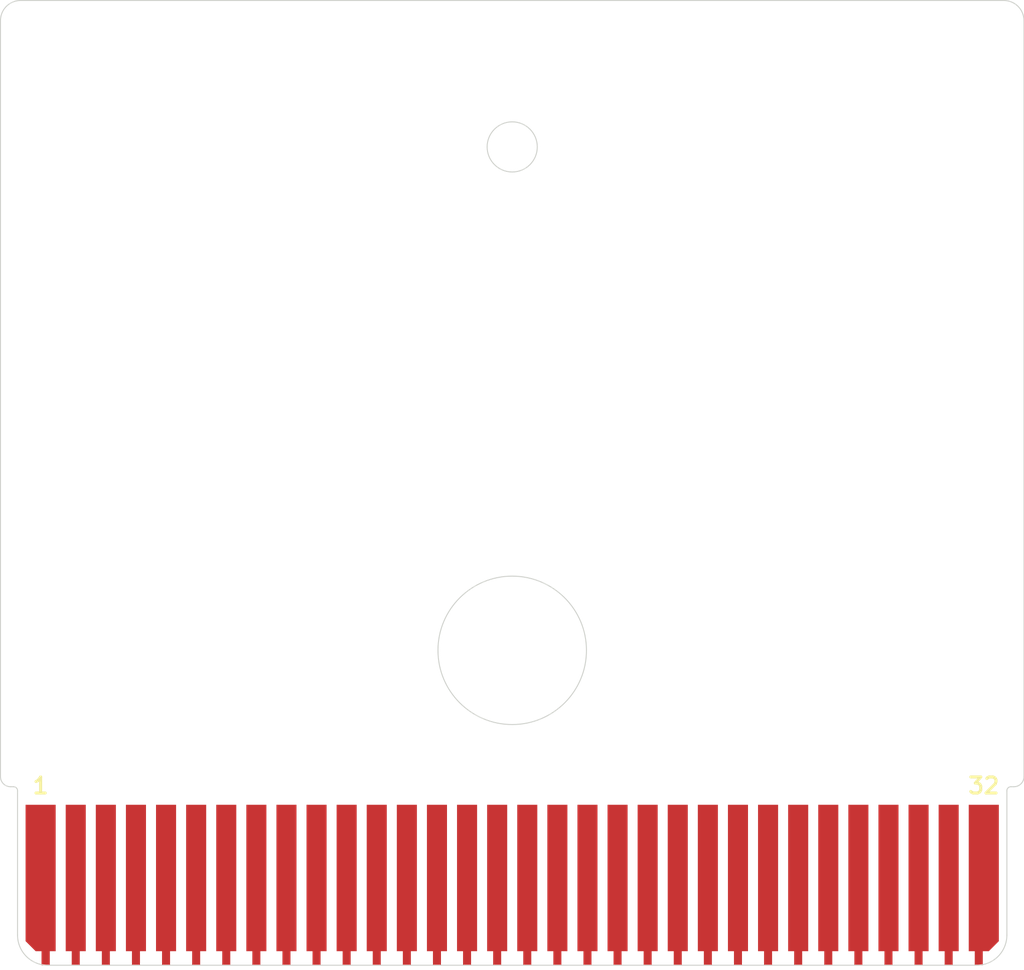
<source format=kicad_pcb>
(kicad_pcb (version 20211014) (generator pcbnew)
  (layers (0 "F.Cu" signal) (31 "B.Cu" signal) (34 "B.Paste" user) (35 "F.Paste" user) (36 "B.SilkS" user "B.Silkscreen") (37 "F.SilkS" user "F.Silkscreen") (38 "B.Mask" user) (39 "F.Mask" user) (44 "Edge.Cuts" user))
  (net 0 "")
  (net 1 "Net-(J1-Pad32)")
  (net 2 "Net-(J1-Pad1)")
  (net 3 "Net-(J1-Pad31)")
  (net 4 "Net-(J1-Pad30)")
  (net 5 "Net-(J1-Pad29)")
  (net 6 "Net-(J1-Pad28)")
  (net 7 "Net-(J1-Pad27)")
  (net 8 "Net-(J1-Pad26)")
  (net 9 "Net-(J1-Pad25)")
  (net 10 "Net-(J1-Pad24)")
  (net 11 "Net-(J1-Pad23)")
  (net 12 "Net-(J1-Pad22)")
  (net 13 "Net-(J1-Pad21)")
  (net 14 "Net-(J1-Pad20)")
  (net 15 "Net-(J1-Pad19)")
  (net 16 "Net-(J1-Pad18)")
  (net 17 "Net-(J1-Pad17)")
  (net 18 "Net-(J1-Pad16)")
  (net 19 "Net-(J1-Pad15)")
  (net 20 "Net-(J1-Pad14)")
  (net 21 "Net-(J1-Pad13)")
  (net 22 "Net-(J1-Pad12)")
  (net 23 "Net-(J1-Pad11)")
  (net 24 "Net-(J1-Pad10)")
  (net 25 "Net-(J1-Pad9)")
  (net 26 "Net-(J1-Pad8)")
  (net 27 "Net-(J1-Pad7)")
  (net 28 "Net-(J1-Pad6)")
  (net 29 "Net-(J1-Pad5)")
  (net 30 "Net-(J1-Pad4)")
  (net 31 "Net-(J1-Pad3)")
  (net 32 "Net-(J1-Pad2)")
  (footprint "Connector_GameBoy:GameBoy_GamePak_DMG-09_P1.50mm_Edge" (layer "F.Cu") (at 150 130.85)
    (fp_text reference "J1" hide)
    (fp_text value "GameBoy_GamePak_DMG-09" hide)
    (fp_text user "32" (at 23.5 -8.95) (layer "F.SilkS") (effects (font (size 0.8 0.8))))
    (fp_text user "1" (at -23.5 -8.95) (layer "F.SilkS") (effects (font (size 0.8 0.8))))
    (fp_poly (pts (xy -23.05 0) (xy -23.45 0) (xy -23.45 -0.7) (xy -23.05 -0.7)) (layer "F.Cu") (width 0) (fill solid))
    (pad "1" smd custom locked (at -23.5 -7.5) (size 1 1) (layers "F.Cu") (net 2 "Net-(J1-Pad1)") (options (clearance outline) (anchor rect)) (primitives (gr_poly (pts (xy -0.75 6.3) (xy -0.75 -0.5) (xy 0.75 -0.5) (xy 0.75 6.8) (xy 0.45 6.8) (xy 0.45 7.5) (xy 0.05 7.5) (xy 0.05 6.8) (xy -0.25 6.8)) (width 0) (fill yes))))
    (pad "2" smd custom locked (at -21.75 -7.5) (size 1 1) (layers "F.Cu") (net 32 "Net-(J1-Pad2)") (options (clearance outline) (anchor rect)) (primitives (gr_poly (pts (xy 0.5 6.8) (xy 0.2 6.8) (xy 0.2 7.5) (xy -0.2 7.5) (xy -0.2 6.8) (xy -0.5 6.8) (xy -0.5 0.5) (xy 0.5 0.5)) (width 0) (fill yes))))
    (pad "3" smd custom locked (at -20.25 -7.5) (size 1 1) (layers "F.Cu") (net 31 "Net-(J1-Pad3)") (options (clearance outline) (anchor rect)) (primitives (gr_poly (pts (xy 0.5 6.8) (xy 0.2 6.8) (xy 0.2 7.5) (xy -0.2 7.5) (xy -0.2 6.8) (xy -0.5 6.8) (xy -0.5 0.5) (xy 0.5 0.5)) (width 0) (fill yes))))
    (pad "4" smd custom locked (at -18.75 -7.5) (size 1 1) (layers "F.Cu") (net 30 "Net-(J1-Pad4)") (options (clearance outline) (anchor rect)) (primitives (gr_poly (pts (xy 0.5 6.8) (xy 0.2 6.8) (xy 0.2 7.5) (xy -0.2 7.5) (xy -0.2 6.8) (xy -0.5 6.8) (xy -0.5 0.5) (xy 0.5 0.5)) (width 0) (fill yes))))
    (pad "5" smd custom locked (at -17.25 -7.5) (size 1 1) (layers "F.Cu") (net 29 "Net-(J1-Pad5)") (options (clearance outline) (anchor rect)) (primitives (gr_poly (pts (xy 0.5 6.8) (xy 0.2 6.8) (xy 0.2 7.5) (xy -0.2 7.5) (xy -0.2 6.8) (xy -0.5 6.8) (xy -0.5 0.5) (xy 0.5 0.5)) (width 0) (fill yes))))
    (pad "6" smd custom locked (at -15.75 -7.5) (size 1 1) (layers "F.Cu") (net 28 "Net-(J1-Pad6)") (options (clearance outline) (anchor rect)) (primitives (gr_poly (pts (xy 0.5 6.8) (xy 0.2 6.8) (xy 0.2 7.5) (xy -0.2 7.5) (xy -0.2 6.8) (xy -0.5 6.8) (xy -0.5 0.5) (xy 0.5 0.5)) (width 0) (fill yes))))
    (pad "7" smd custom locked (at -14.25 -7.5) (size 1 1) (layers "F.Cu") (net 27 "Net-(J1-Pad7)") (options (clearance outline) (anchor rect)) (primitives (gr_poly (pts (xy 0.5 6.8) (xy 0.2 6.8) (xy 0.2 7.5) (xy -0.2 7.5) (xy -0.2 6.8) (xy -0.5 6.8) (xy -0.5 0.5) (xy 0.5 0.5)) (width 0) (fill yes))))
    (pad "8" smd custom locked (at -12.75 -7.5) (size 1 1) (layers "F.Cu") (net 26 "Net-(J1-Pad8)") (options (clearance outline) (anchor rect)) (primitives (gr_poly (pts (xy 0.5 6.8) (xy 0.2 6.8) (xy 0.2 7.5) (xy -0.2 7.5) (xy -0.2 6.8) (xy -0.5 6.8) (xy -0.5 0.5) (xy 0.5 0.5)) (width 0) (fill yes))))
    (pad "9" smd custom locked (at -11.25 -7.5) (size 1 1) (layers "F.Cu") (net 25 "Net-(J1-Pad9)") (options (clearance outline) (anchor rect)) (primitives (gr_poly (pts (xy 0.5 6.8) (xy 0.2 6.8) (xy 0.2 7.5) (xy -0.2 7.5) (xy -0.2 6.8) (xy -0.5 6.8) (xy -0.5 0.5) (xy 0.5 0.5)) (width 0) (fill yes))))
    (pad "10" smd custom locked (at -9.75 -7.5) (size 1 1) (layers "F.Cu") (net 24 "Net-(J1-Pad10)") (options (clearance outline) (anchor rect)) (primitives (gr_poly (pts (xy 0.5 6.8) (xy 0.2 6.8) (xy 0.2 7.5) (xy -0.2 7.5) (xy -0.2 6.8) (xy -0.5 6.8) (xy -0.5 0.5) (xy 0.5 0.5)) (width 0) (fill yes))))
    (pad "11" smd custom locked (at -8.25 -7.5) (size 1 1) (layers "F.Cu") (net 23 "Net-(J1-Pad11)") (options (clearance outline) (anchor rect)) (primitives (gr_poly (pts (xy 0.5 6.8) (xy 0.2 6.8) (xy 0.2 7.5) (xy -0.2 7.5) (xy -0.2 6.8) (xy -0.5 6.8) (xy -0.5 0.5) (xy 0.5 0.5)) (width 0) (fill yes))))
    (pad "12" smd custom locked (at -6.75 -7.5) (size 1 1) (layers "F.Cu") (net 22 "Net-(J1-Pad12)") (options (clearance outline) (anchor rect)) (primitives (gr_poly (pts (xy 0.5 6.8) (xy 0.2 6.8) (xy 0.2 7.5) (xy -0.2 7.5) (xy -0.2 6.8) (xy -0.5 6.8) (xy -0.5 0.5) (xy 0.5 0.5)) (width 0) (fill yes))))
    (pad "13" smd custom locked (at -5.25 -7.5) (size 1 1) (layers "F.Cu") (net 21 "Net-(J1-Pad13)") (options (clearance outline) (anchor rect)) (primitives (gr_poly (pts (xy 0.5 6.8) (xy 0.2 6.8) (xy 0.2 7.5) (xy -0.2 7.5) (xy -0.2 6.8) (xy -0.5 6.8) (xy -0.5 0.5) (xy 0.5 0.5)) (width 0) (fill yes))))
    (pad "14" smd custom locked (at -3.75 -7.5) (size 1 1) (layers "F.Cu") (net 20 "Net-(J1-Pad14)") (options (clearance outline) (anchor rect)) (primitives (gr_poly (pts (xy 0.5 6.8) (xy 0.2 6.8) (xy 0.2 7.5) (xy -0.2 7.5) (xy -0.2 6.8) (xy -0.5 6.8) (xy -0.5 0.5) (xy 0.5 0.5)) (width 0) (fill yes))))
    (pad "15" smd custom locked (at -2.25 -7.5) (size 1 1) (layers "F.Cu") (net 19 "Net-(J1-Pad15)") (options (clearance outline) (anchor rect)) (primitives (gr_poly (pts (xy 0.5 6.8) (xy 0.2 6.8) (xy 0.2 7.5) (xy -0.2 7.5) (xy -0.2 6.8) (xy -0.5 6.8) (xy -0.5 0.5) (xy 0.5 0.5)) (width 0) (fill yes))))
    (pad "16" smd custom locked (at -0.75 -7.5) (size 1 1) (layers "F.Cu") (net 18 "Net-(J1-Pad16)") (options (clearance outline) (anchor rect)) (primitives (gr_poly (pts (xy 0.5 6.8) (xy 0.2 6.8) (xy 0.2 7.5) (xy -0.2 7.5) (xy -0.2 6.8) (xy -0.5 6.8) (xy -0.5 0.5) (xy 0.5 0.5)) (width 0) (fill yes))))
    (pad "17" smd custom locked (at 0.75 -7.5) (size 1 1) (layers "F.Cu") (net 17 "Net-(J1-Pad17)") (options (clearance outline) (anchor rect)) (primitives (gr_poly (pts (xy 0.5 6.8) (xy 0.2 6.8) (xy 0.2 7.5) (xy -0.2 7.5) (xy -0.2 6.8) (xy -0.5 6.8) (xy -0.5 0.5) (xy 0.5 0.5)) (width 0) (fill yes))))
    (pad "18" smd custom locked (at 2.25 -7.5) (size 1 1) (layers "F.Cu") (net 16 "Net-(J1-Pad18)") (options (clearance outline) (anchor rect)) (primitives (gr_poly (pts (xy 0.5 6.8) (xy 0.2 6.8) (xy 0.2 7.5) (xy -0.2 7.5) (xy -0.2 6.8) (xy -0.5 6.8) (xy -0.5 0.5) (xy 0.5 0.5)) (width 0) (fill yes))))
    (pad "19" smd custom locked (at 3.75 -7.5) (size 1 1) (layers "F.Cu") (net 15 "Net-(J1-Pad19)") (options (clearance outline) (anchor rect)) (primitives (gr_poly (pts (xy 0.5 6.8) (xy 0.2 6.8) (xy 0.2 7.5) (xy -0.2 7.5) (xy -0.2 6.8) (xy -0.5 6.8) (xy -0.5 0.5) (xy 0.5 0.5)) (width 0) (fill yes))))
    (pad "20" smd custom locked (at 5.25 -7.5) (size 1 1) (layers "F.Cu") (net 14 "Net-(J1-Pad20)") (options (clearance outline) (anchor rect)) (primitives (gr_poly (pts (xy 0.5 6.8) (xy 0.2 6.8) (xy 0.2 7.5) (xy -0.2 7.5) (xy -0.2 6.8) (xy -0.5 6.8) (xy -0.5 0.5) (xy 0.5 0.5)) (width 0) (fill yes))))
    (pad "21" smd custom locked (at 6.75 -7.5) (size 1 1) (layers "F.Cu") (net 13 "Net-(J1-Pad21)") (options (clearance outline) (anchor rect)) (primitives (gr_poly (pts (xy 0.5 6.8) (xy 0.2 6.8) (xy 0.2 7.5) (xy -0.2 7.5) (xy -0.2 6.8) (xy -0.5 6.8) (xy -0.5 0.5) (xy 0.5 0.5)) (width 0) (fill yes))))
    (pad "22" smd custom locked (at 8.25 -7.5) (size 1 1) (layers "F.Cu") (net 12 "Net-(J1-Pad22)") (options (clearance outline) (anchor rect)) (primitives (gr_poly (pts (xy 0.5 6.8) (xy 0.2 6.8) (xy 0.2 7.5) (xy -0.2 7.5) (xy -0.2 6.8) (xy -0.5 6.8) (xy -0.5 0.5) (xy 0.5 0.5)) (width 0) (fill yes))))
    (pad "23" smd custom locked (at 9.75 -7.5) (size 1 1) (layers "F.Cu") (net 11 "Net-(J1-Pad23)") (options (clearance outline) (anchor rect)) (primitives (gr_poly (pts (xy 0.5 6.8) (xy 0.2 6.8) (xy 0.2 7.5) (xy -0.2 7.5) (xy -0.2 6.8) (xy -0.5 6.8) (xy -0.5 0.5) (xy 0.5 0.5)) (width 0) (fill yes))))
    (pad "24" smd custom locked (at 11.25 -7.5) (size 1 1) (layers "F.Cu") (net 10 "Net-(J1-Pad24)") (options (clearance outline) (anchor rect)) (primitives (gr_poly (pts (xy 0.5 6.8) (xy 0.2 6.8) (xy 0.2 7.5) (xy -0.2 7.5) (xy -0.2 6.8) (xy -0.5 6.8) (xy -0.5 0.5) (xy 0.5 0.5)) (width 0) (fill yes))))
    (pad "25" smd custom locked (at 12.75 -7.5) (size 1 1) (layers "F.Cu") (net 9 "Net-(J1-Pad25)") (options (clearance outline) (anchor rect)) (primitives (gr_poly (pts (xy 0.5 6.8) (xy 0.2 6.8) (xy 0.2 7.5) (xy -0.2 7.5) (xy -0.2 6.8) (xy -0.5 6.8) (xy -0.5 0.5) (xy 0.5 0.5)) (width 0) (fill yes))))
    (pad "26" smd custom locked (at 14.25 -7.5) (size 1 1) (layers "F.Cu") (net 8 "Net-(J1-Pad26)") (options (clearance outline) (anchor rect)) (primitives (gr_poly (pts (xy 0.5 6.8) (xy 0.2 6.8) (xy 0.2 7.5) (xy -0.2 7.5) (xy -0.2 6.8) (xy -0.5 6.8) (xy -0.5 0.5) (xy 0.5 0.5)) (width 0) (fill yes))))
    (pad "27" smd custom locked (at 15.75 -7.5) (size 1 1) (layers "F.Cu") (net 7 "Net-(J1-Pad27)") (options (clearance outline) (anchor rect)) (primitives (gr_poly (pts (xy 0.5 6.8) (xy 0.2 6.8) (xy 0.2 7.5) (xy -0.2 7.5) (xy -0.2 6.8) (xy -0.5 6.8) (xy -0.5 0.5) (xy 0.5 0.5)) (width 0) (fill yes))))
    (pad "28" smd custom locked (at 17.25 -7.5) (size 1 1) (layers "F.Cu") (net 6 "Net-(J1-Pad28)") (options (clearance outline) (anchor rect)) (primitives (gr_poly (pts (xy 0.5 6.8) (xy 0.2 6.8) (xy 0.2 7.5) (xy -0.2 7.5) (xy -0.2 6.8) (xy -0.5 6.8) (xy -0.5 0.5) (xy 0.5 0.5)) (width 0) (fill yes))))
    (pad "29" smd custom locked (at 18.75 -7.5) (size 1 1) (layers "F.Cu") (net 5 "Net-(J1-Pad29)") (options (clearance outline) (anchor rect)) (primitives (gr_poly (pts (xy 0.5 6.8) (xy 0.2 6.8) (xy 0.2 7.5) (xy -0.2 7.5) (xy -0.2 6.8) (xy -0.5 6.8) (xy -0.5 0.5) (xy 0.5 0.5)) (width 0) (fill yes))))
    (pad "30" smd custom locked (at 20.25 -7.5) (size 1 1) (layers "F.Cu") (net 4 "Net-(J1-Pad30)") (options (clearance outline) (anchor rect)) (primitives (gr_poly (pts (xy 0.5 6.8) (xy 0.2 6.8) (xy 0.2 7.5) (xy -0.2 7.5) (xy -0.2 6.8) (xy -0.5 6.8) (xy -0.5 0.5) (xy 0.5 0.5)) (width 0) (fill yes))))
    (pad "31" smd custom locked (at 21.75 -7.5) (size 1 1) (layers "F.Cu") (net 3 "Net-(J1-Pad31)") (options (clearance outline) (anchor rect)) (primitives (gr_poly (pts (xy 0.5 6.8) (xy 0.2 6.8) (xy 0.2 7.5) (xy -0.2 7.5) (xy -0.2 6.8) (xy -0.5 6.8) (xy -0.5 0.5) (xy 0.5 0.5)) (width 0) (fill yes))))
    (pad "32" smd custom locked (at 23.5 -7.5) (size 1 1) (layers "F.Cu") (net 1 "Net-(J1-Pad32)") (options (clearance outline) (anchor rect)) (primitives (gr_poly (pts (xy -0.75 6.8) (xy -0.75 -0.5) (xy 0.75 -0.5) (xy 0.75 6.3) (xy 0.25 6.8) (xy -0.05 6.8) (xy -0.05 7.5) (xy -0.45 7.5) (xy -0.45 6.8)) (width 0) (fill yes))))
  )
  (gr_arc (start 174.5 82.75) (mid 175.207107 83.042893) (end 175.5 83.75) (layer "Edge.Cuts") (width 0.05))
  (gr_line (start 173.15 130.85) (end 126.85 130.85) (layer "Edge.Cuts") (width 0.05))
  (gr_line (start 175 121.95) (end 174.85 121.95) (layer "Edge.Cuts") (width 0.05))
  (gr_arc (start 126.85 130.85) (mid 125.78934 130.41066) (end 125.35 129.35) (layer "Edge.Cuts") (width 0.05))
  (gr_line (start 174.65 129.35) (end 174.65 122.15) (layer "Edge.Cuts") (width 0.05))
  (gr_line (start 125.5 82.75) (end 174.5 82.75) (layer "Edge.Cuts") (width 0.05))
  (gr_line (start 125.35 129.35) (end 125.35 122.15) (layer "Edge.Cuts") (width 0.05))
  (gr_arc (start 174.65 122.15) (mid 174.708579 122.008579) (end 174.85 121.95) (layer "Edge.Cuts") (width 0.05))
  (gr_line (start 124.5 121.45) (end 124.5 83.75) (layer "Edge.Cuts") (width 0.05))
  (gr_circle (center 150 90.05) (end 151.25 90.05) (layer "Edge.Cuts") (width 0.05) (fill none))
  (gr_arc (start 175.5 121.45) (mid 175.353553 121.803553) (end 175 121.95) (layer "Edge.Cuts") (width 0.05))
  (gr_line (start 175.5 121.45) (end 175.5 83.75) (layer "Edge.Cuts") (width 0.05))
  (gr_arc (start 125.15 121.95) (mid 125.291421 122.008579) (end 125.35 122.15) (layer "Edge.Cuts") (width 0.05))
  (gr_circle (center 150 115.15) (end 153.7 115.15) (layer "Edge.Cuts") (width 0.05) (fill none))
  (gr_arc (start 124.5 83.75) (mid 124.792893 83.042893) (end 125.5 82.75) (layer "Edge.Cuts") (width 0.05))
  (gr_line (start 125.15 121.95) (end 125 121.95) (layer "Edge.Cuts") (width 0.05))
  (gr_arc (start 125 121.95) (mid 124.646447 121.803553) (end 124.5 121.45) (layer "Edge.Cuts") (width 0.05))
  (gr_arc (start 174.65 129.35) (mid 174.21066 130.41066) (end 173.15 130.85) (layer "Edge.Cuts") (width 0.05))
)
</source>
